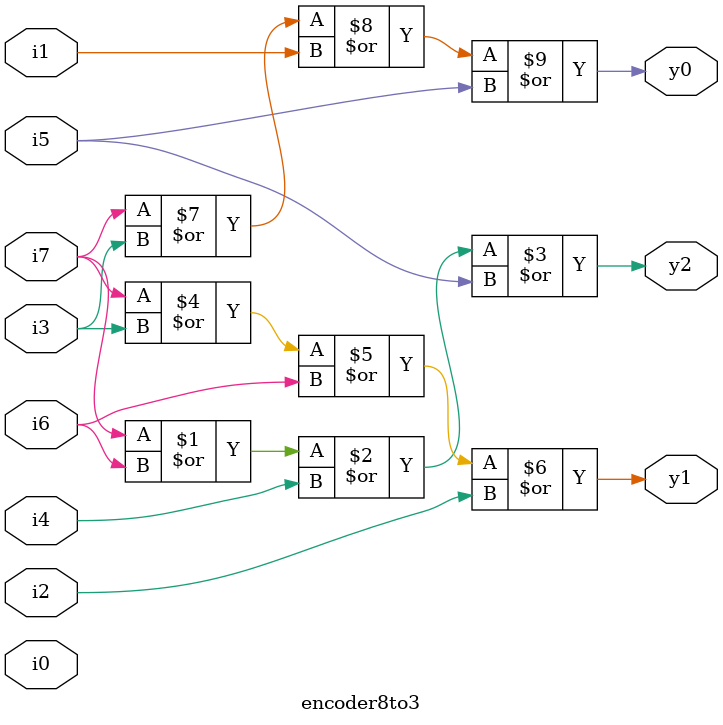
<source format=v>
`timescale 1ns / 1ps


module encoder8to3(y0, y1, y2, i0, i1, i2, i3, i4, i5, i6, i7);
input i0, i1, i2, i3, i4, i5, i6, i7;
output y0, y1, y2;
    or (y2,i7,i6,i4,i5);
    or (y1,i7,i3,i6,i2);
    or (y0,i7,i3,i1,i5);
endmodule

</source>
